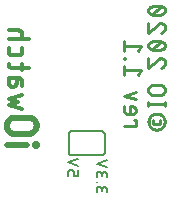
<source format=gbr>
G04 EAGLE Gerber RS-274X export*
G75*
%MOMM*%
%FSLAX34Y34*%
%LPD*%
%INSilkscreen Bottom*%
%IPPOS*%
%AMOC8*
5,1,8,0,0,1.08239X$1,22.5*%
G01*
%ADD10C,0.482600*%
%ADD11C,0.330200*%
%ADD12C,0.228600*%
%ADD13C,0.152400*%


D10*
X12413Y88112D02*
X29196Y88112D01*
X36188Y87413D02*
X37587Y87413D01*
X37587Y88812D01*
X36188Y88812D01*
X36188Y87413D01*
X30594Y97657D02*
X19406Y97657D01*
X30594Y97657D02*
X30764Y97659D01*
X30934Y97665D01*
X31104Y97676D01*
X31274Y97690D01*
X31443Y97709D01*
X31612Y97732D01*
X31780Y97758D01*
X31948Y97789D01*
X32114Y97824D01*
X32280Y97863D01*
X32445Y97906D01*
X32609Y97953D01*
X32771Y98005D01*
X32932Y98060D01*
X33092Y98118D01*
X33250Y98181D01*
X33407Y98248D01*
X33562Y98318D01*
X33716Y98392D01*
X33867Y98470D01*
X34016Y98552D01*
X34164Y98637D01*
X34309Y98726D01*
X34453Y98818D01*
X34593Y98914D01*
X34732Y99013D01*
X34868Y99115D01*
X35001Y99221D01*
X35132Y99330D01*
X35261Y99442D01*
X35386Y99557D01*
X35509Y99675D01*
X35628Y99796D01*
X35745Y99920D01*
X35859Y100047D01*
X35969Y100177D01*
X36076Y100309D01*
X36181Y100444D01*
X36281Y100581D01*
X36379Y100721D01*
X36473Y100863D01*
X36563Y101007D01*
X36650Y101154D01*
X36733Y101302D01*
X36813Y101453D01*
X36889Y101605D01*
X36961Y101759D01*
X37030Y101915D01*
X37095Y102073D01*
X37156Y102232D01*
X37212Y102392D01*
X37265Y102554D01*
X37315Y102717D01*
X37360Y102881D01*
X37401Y103047D01*
X37438Y103213D01*
X37471Y103380D01*
X37500Y103548D01*
X37524Y103716D01*
X37545Y103885D01*
X37562Y104055D01*
X37574Y104225D01*
X37582Y104395D01*
X37586Y104565D01*
X37586Y104735D01*
X37582Y104905D01*
X37574Y105075D01*
X37562Y105245D01*
X37545Y105415D01*
X37524Y105584D01*
X37500Y105752D01*
X37471Y105920D01*
X37438Y106087D01*
X37401Y106253D01*
X37360Y106419D01*
X37315Y106583D01*
X37265Y106746D01*
X37212Y106908D01*
X37156Y107068D01*
X37095Y107227D01*
X37030Y107385D01*
X36961Y107541D01*
X36889Y107695D01*
X36813Y107847D01*
X36733Y107998D01*
X36650Y108147D01*
X36563Y108293D01*
X36473Y108437D01*
X36379Y108579D01*
X36281Y108719D01*
X36181Y108856D01*
X36076Y108991D01*
X35969Y109123D01*
X35859Y109253D01*
X35745Y109380D01*
X35628Y109504D01*
X35509Y109625D01*
X35386Y109743D01*
X35261Y109858D01*
X35132Y109970D01*
X35001Y110079D01*
X34868Y110185D01*
X34732Y110287D01*
X34593Y110386D01*
X34453Y110482D01*
X34309Y110574D01*
X34164Y110663D01*
X34016Y110748D01*
X33867Y110830D01*
X33716Y110908D01*
X33562Y110982D01*
X33407Y111052D01*
X33250Y111119D01*
X33092Y111182D01*
X32932Y111240D01*
X32771Y111295D01*
X32609Y111347D01*
X32445Y111394D01*
X32280Y111437D01*
X32114Y111476D01*
X31948Y111511D01*
X31780Y111542D01*
X31612Y111568D01*
X31443Y111591D01*
X31274Y111610D01*
X31104Y111624D01*
X30934Y111635D01*
X30764Y111641D01*
X30594Y111643D01*
X30594Y111642D02*
X19406Y111642D01*
X19406Y111643D02*
X19236Y111641D01*
X19066Y111635D01*
X18896Y111624D01*
X18726Y111610D01*
X18557Y111591D01*
X18388Y111568D01*
X18220Y111542D01*
X18052Y111511D01*
X17886Y111476D01*
X17720Y111437D01*
X17555Y111394D01*
X17391Y111347D01*
X17229Y111295D01*
X17068Y111240D01*
X16908Y111182D01*
X16750Y111119D01*
X16593Y111052D01*
X16438Y110982D01*
X16284Y110908D01*
X16133Y110830D01*
X15984Y110748D01*
X15836Y110663D01*
X15691Y110574D01*
X15547Y110482D01*
X15407Y110386D01*
X15268Y110287D01*
X15132Y110185D01*
X14999Y110079D01*
X14868Y109970D01*
X14739Y109858D01*
X14614Y109743D01*
X14491Y109625D01*
X14372Y109504D01*
X14255Y109380D01*
X14141Y109253D01*
X14031Y109123D01*
X13924Y108991D01*
X13819Y108856D01*
X13719Y108719D01*
X13621Y108579D01*
X13527Y108437D01*
X13437Y108293D01*
X13350Y108147D01*
X13267Y107998D01*
X13187Y107847D01*
X13111Y107695D01*
X13039Y107541D01*
X12970Y107385D01*
X12905Y107227D01*
X12844Y107068D01*
X12788Y106908D01*
X12735Y106746D01*
X12685Y106583D01*
X12640Y106419D01*
X12599Y106253D01*
X12562Y106087D01*
X12529Y105920D01*
X12500Y105752D01*
X12476Y105584D01*
X12455Y105415D01*
X12438Y105245D01*
X12426Y105075D01*
X12418Y104905D01*
X12414Y104735D01*
X12414Y104565D01*
X12418Y104395D01*
X12426Y104225D01*
X12438Y104055D01*
X12455Y103885D01*
X12476Y103716D01*
X12500Y103548D01*
X12529Y103380D01*
X12562Y103213D01*
X12599Y103047D01*
X12640Y102881D01*
X12685Y102717D01*
X12735Y102554D01*
X12788Y102392D01*
X12844Y102232D01*
X12905Y102073D01*
X12970Y101915D01*
X13039Y101759D01*
X13111Y101605D01*
X13187Y101453D01*
X13267Y101302D01*
X13350Y101153D01*
X13437Y101007D01*
X13527Y100863D01*
X13621Y100721D01*
X13719Y100581D01*
X13819Y100444D01*
X13924Y100309D01*
X14031Y100177D01*
X14141Y100047D01*
X14255Y99920D01*
X14372Y99796D01*
X14491Y99675D01*
X14614Y99557D01*
X14739Y99442D01*
X14868Y99330D01*
X14999Y99221D01*
X15132Y99115D01*
X15268Y99013D01*
X15407Y98914D01*
X15547Y98818D01*
X15691Y98726D01*
X15836Y98637D01*
X15984Y98552D01*
X16133Y98470D01*
X16284Y98392D01*
X16438Y98318D01*
X16593Y98248D01*
X16750Y98181D01*
X16908Y98118D01*
X17068Y98060D01*
X17229Y98005D01*
X17391Y97953D01*
X17555Y97906D01*
X17720Y97863D01*
X17886Y97824D01*
X18052Y97789D01*
X18220Y97758D01*
X18388Y97732D01*
X18557Y97709D01*
X18726Y97690D01*
X18896Y97676D01*
X19066Y97665D01*
X19236Y97659D01*
X19406Y97657D01*
D11*
X25283Y119151D02*
X14151Y121934D01*
X21572Y124717D01*
X14151Y127500D01*
X25283Y130283D01*
X20645Y140810D02*
X20645Y144984D01*
X20645Y140810D02*
X20643Y140698D01*
X20637Y140586D01*
X20628Y140474D01*
X20614Y140363D01*
X20597Y140252D01*
X20576Y140142D01*
X20551Y140033D01*
X20522Y139925D01*
X20490Y139817D01*
X20453Y139711D01*
X20414Y139606D01*
X20370Y139503D01*
X20323Y139401D01*
X20273Y139301D01*
X20219Y139203D01*
X20162Y139106D01*
X20102Y139012D01*
X20038Y138920D01*
X19971Y138830D01*
X19901Y138742D01*
X19828Y138657D01*
X19753Y138574D01*
X19674Y138494D01*
X19593Y138417D01*
X19509Y138343D01*
X19422Y138271D01*
X19334Y138203D01*
X19243Y138138D01*
X19149Y138076D01*
X19054Y138017D01*
X18956Y137961D01*
X18857Y137909D01*
X18756Y137861D01*
X18654Y137816D01*
X18549Y137774D01*
X18444Y137736D01*
X18337Y137702D01*
X18229Y137671D01*
X18121Y137644D01*
X18011Y137621D01*
X17900Y137602D01*
X17789Y137587D01*
X17678Y137575D01*
X17566Y137567D01*
X17454Y137563D01*
X17342Y137563D01*
X17230Y137567D01*
X17118Y137575D01*
X17007Y137587D01*
X16896Y137602D01*
X16785Y137621D01*
X16675Y137644D01*
X16567Y137671D01*
X16459Y137702D01*
X16352Y137736D01*
X16247Y137774D01*
X16142Y137816D01*
X16040Y137861D01*
X15939Y137909D01*
X15840Y137961D01*
X15742Y138017D01*
X15647Y138076D01*
X15553Y138138D01*
X15462Y138203D01*
X15374Y138271D01*
X15287Y138343D01*
X15203Y138417D01*
X15122Y138494D01*
X15043Y138574D01*
X14968Y138657D01*
X14895Y138742D01*
X14825Y138830D01*
X14758Y138920D01*
X14694Y139012D01*
X14634Y139106D01*
X14577Y139203D01*
X14523Y139301D01*
X14473Y139401D01*
X14426Y139503D01*
X14382Y139606D01*
X14343Y139711D01*
X14306Y139817D01*
X14274Y139925D01*
X14245Y140033D01*
X14220Y140142D01*
X14199Y140252D01*
X14182Y140363D01*
X14168Y140474D01*
X14159Y140586D01*
X14153Y140698D01*
X14151Y140810D01*
X14151Y144984D01*
X22500Y144984D01*
X22604Y144982D01*
X22708Y144976D01*
X22812Y144967D01*
X22915Y144953D01*
X23017Y144935D01*
X23119Y144914D01*
X23220Y144889D01*
X23320Y144860D01*
X23419Y144828D01*
X23517Y144792D01*
X23613Y144752D01*
X23707Y144708D01*
X23800Y144661D01*
X23892Y144611D01*
X23981Y144557D01*
X24068Y144500D01*
X24153Y144440D01*
X24235Y144377D01*
X24315Y144310D01*
X24393Y144241D01*
X24468Y144169D01*
X24540Y144094D01*
X24609Y144016D01*
X24676Y143936D01*
X24739Y143854D01*
X24799Y143769D01*
X24856Y143682D01*
X24910Y143593D01*
X24960Y143501D01*
X25007Y143408D01*
X25051Y143314D01*
X25091Y143218D01*
X25127Y143120D01*
X25159Y143021D01*
X25188Y142921D01*
X25213Y142820D01*
X25234Y142718D01*
X25252Y142616D01*
X25266Y142513D01*
X25275Y142409D01*
X25281Y142305D01*
X25283Y142201D01*
X25283Y138491D01*
X25283Y151645D02*
X25283Y157211D01*
X30849Y153500D02*
X16934Y153500D01*
X16830Y153502D01*
X16726Y153508D01*
X16622Y153517D01*
X16519Y153531D01*
X16417Y153549D01*
X16315Y153570D01*
X16214Y153595D01*
X16114Y153624D01*
X16015Y153656D01*
X15917Y153692D01*
X15821Y153732D01*
X15727Y153776D01*
X15634Y153823D01*
X15543Y153873D01*
X15453Y153927D01*
X15366Y153984D01*
X15281Y154044D01*
X15199Y154107D01*
X15119Y154174D01*
X15041Y154243D01*
X14966Y154315D01*
X14894Y154390D01*
X14825Y154468D01*
X14758Y154548D01*
X14695Y154630D01*
X14635Y154715D01*
X14578Y154802D01*
X14524Y154892D01*
X14474Y154983D01*
X14427Y155076D01*
X14383Y155170D01*
X14343Y155266D01*
X14307Y155364D01*
X14275Y155463D01*
X14246Y155563D01*
X14221Y155664D01*
X14200Y155766D01*
X14182Y155868D01*
X14168Y155971D01*
X14159Y156075D01*
X14153Y156179D01*
X14151Y156283D01*
X14151Y157211D01*
X14151Y166944D02*
X14151Y170655D01*
X14151Y166944D02*
X14153Y166840D01*
X14159Y166736D01*
X14168Y166632D01*
X14182Y166529D01*
X14200Y166427D01*
X14221Y166325D01*
X14246Y166224D01*
X14275Y166124D01*
X14307Y166025D01*
X14343Y165927D01*
X14383Y165831D01*
X14427Y165737D01*
X14474Y165644D01*
X14524Y165553D01*
X14578Y165463D01*
X14635Y165376D01*
X14695Y165291D01*
X14758Y165209D01*
X14825Y165129D01*
X14894Y165051D01*
X14966Y164976D01*
X15041Y164904D01*
X15119Y164835D01*
X15199Y164768D01*
X15281Y164705D01*
X15366Y164645D01*
X15453Y164588D01*
X15543Y164534D01*
X15634Y164484D01*
X15727Y164437D01*
X15821Y164393D01*
X15917Y164353D01*
X16015Y164317D01*
X16114Y164285D01*
X16214Y164256D01*
X16315Y164231D01*
X16417Y164210D01*
X16519Y164192D01*
X16622Y164178D01*
X16726Y164169D01*
X16830Y164163D01*
X16934Y164161D01*
X22500Y164161D01*
X22604Y164163D01*
X22708Y164169D01*
X22812Y164178D01*
X22915Y164192D01*
X23017Y164210D01*
X23119Y164231D01*
X23220Y164256D01*
X23320Y164285D01*
X23419Y164317D01*
X23517Y164353D01*
X23613Y164393D01*
X23707Y164437D01*
X23800Y164484D01*
X23891Y164534D01*
X23981Y164588D01*
X24068Y164645D01*
X24153Y164705D01*
X24235Y164768D01*
X24315Y164835D01*
X24393Y164904D01*
X24468Y164976D01*
X24540Y165051D01*
X24609Y165129D01*
X24676Y165209D01*
X24739Y165291D01*
X24799Y165376D01*
X24856Y165463D01*
X24910Y165552D01*
X24960Y165644D01*
X25007Y165737D01*
X25051Y165831D01*
X25091Y165927D01*
X25127Y166025D01*
X25159Y166124D01*
X25188Y166224D01*
X25213Y166325D01*
X25234Y166427D01*
X25252Y166529D01*
X25266Y166632D01*
X25275Y166736D01*
X25281Y166840D01*
X25283Y166944D01*
X25283Y170655D01*
X30849Y177931D02*
X14151Y177931D01*
X25283Y177931D02*
X25283Y182570D01*
X25281Y182674D01*
X25275Y182778D01*
X25266Y182882D01*
X25252Y182985D01*
X25234Y183087D01*
X25213Y183189D01*
X25188Y183290D01*
X25159Y183390D01*
X25127Y183489D01*
X25091Y183587D01*
X25051Y183683D01*
X25007Y183777D01*
X24960Y183870D01*
X24910Y183962D01*
X24856Y184051D01*
X24799Y184138D01*
X24739Y184223D01*
X24676Y184305D01*
X24609Y184385D01*
X24540Y184463D01*
X24468Y184538D01*
X24393Y184610D01*
X24315Y184679D01*
X24235Y184746D01*
X24153Y184809D01*
X24068Y184869D01*
X23981Y184926D01*
X23892Y184980D01*
X23800Y185030D01*
X23707Y185077D01*
X23613Y185121D01*
X23517Y185161D01*
X23419Y185197D01*
X23320Y185229D01*
X23220Y185258D01*
X23119Y185283D01*
X23017Y185304D01*
X22915Y185322D01*
X22812Y185336D01*
X22708Y185345D01*
X22604Y185351D01*
X22500Y185353D01*
X14151Y185353D01*
D12*
X139118Y115023D02*
X139284Y115021D01*
X139451Y115015D01*
X139617Y115005D01*
X139783Y114991D01*
X139948Y114972D01*
X140113Y114950D01*
X140278Y114924D01*
X140442Y114894D01*
X140605Y114859D01*
X140767Y114821D01*
X140928Y114779D01*
X141088Y114733D01*
X141247Y114683D01*
X141404Y114629D01*
X141560Y114572D01*
X141715Y114510D01*
X141868Y114445D01*
X142020Y114377D01*
X142170Y114304D01*
X142318Y114228D01*
X142464Y114148D01*
X142608Y114065D01*
X142750Y113978D01*
X142890Y113888D01*
X143028Y113794D01*
X143164Y113698D01*
X143297Y113597D01*
X143427Y113494D01*
X143555Y113388D01*
X143680Y113278D01*
X143803Y113165D01*
X143923Y113050D01*
X144040Y112931D01*
X144154Y112810D01*
X144265Y112686D01*
X144373Y112559D01*
X144478Y112430D01*
X144580Y112298D01*
X144678Y112164D01*
X144774Y112028D01*
X144866Y111889D01*
X144954Y111748D01*
X145039Y111605D01*
X145121Y111459D01*
X145198Y111312D01*
X145273Y111163D01*
X145343Y111012D01*
X145410Y110860D01*
X145474Y110706D01*
X145533Y110550D01*
X145589Y110394D01*
X145641Y110235D01*
X145689Y110076D01*
X145733Y109915D01*
X145773Y109754D01*
X145809Y109591D01*
X145841Y109428D01*
X145870Y109264D01*
X145894Y109099D01*
X145914Y108934D01*
X145930Y108768D01*
X145942Y108602D01*
X145950Y108436D01*
X145954Y108269D01*
X145954Y108103D01*
X145950Y107936D01*
X145942Y107770D01*
X145930Y107604D01*
X145914Y107438D01*
X145894Y107273D01*
X145870Y107108D01*
X145841Y106944D01*
X145809Y106781D01*
X145773Y106618D01*
X145733Y106457D01*
X145689Y106296D01*
X145641Y106137D01*
X145589Y105978D01*
X145533Y105822D01*
X145474Y105666D01*
X145410Y105512D01*
X145343Y105360D01*
X145273Y105209D01*
X145198Y105060D01*
X145121Y104913D01*
X145039Y104768D01*
X144954Y104624D01*
X144866Y104483D01*
X144774Y104344D01*
X144678Y104208D01*
X144580Y104074D01*
X144478Y103942D01*
X144373Y103813D01*
X144265Y103686D01*
X144154Y103562D01*
X144040Y103441D01*
X143923Y103322D01*
X143803Y103207D01*
X143680Y103094D01*
X143555Y102984D01*
X143427Y102878D01*
X143297Y102775D01*
X143164Y102674D01*
X143028Y102578D01*
X142890Y102484D01*
X142750Y102394D01*
X142608Y102307D01*
X142464Y102224D01*
X142318Y102144D01*
X142170Y102068D01*
X142020Y101995D01*
X141868Y101927D01*
X141715Y101862D01*
X141560Y101800D01*
X141404Y101743D01*
X141247Y101689D01*
X141088Y101639D01*
X140928Y101593D01*
X140767Y101551D01*
X140605Y101513D01*
X140442Y101478D01*
X140278Y101448D01*
X140113Y101422D01*
X139948Y101400D01*
X139783Y101381D01*
X139617Y101367D01*
X139451Y101357D01*
X139284Y101351D01*
X139118Y101349D01*
X138952Y101351D01*
X138785Y101357D01*
X138619Y101367D01*
X138453Y101381D01*
X138288Y101400D01*
X138123Y101422D01*
X137958Y101448D01*
X137794Y101478D01*
X137631Y101513D01*
X137469Y101551D01*
X137308Y101593D01*
X137148Y101639D01*
X136989Y101689D01*
X136832Y101743D01*
X136676Y101800D01*
X136521Y101862D01*
X136368Y101927D01*
X136216Y101995D01*
X136066Y102068D01*
X135918Y102144D01*
X135772Y102224D01*
X135628Y102307D01*
X135486Y102394D01*
X135346Y102484D01*
X135208Y102578D01*
X135072Y102674D01*
X134939Y102775D01*
X134809Y102878D01*
X134681Y102984D01*
X134556Y103094D01*
X134433Y103207D01*
X134313Y103322D01*
X134196Y103441D01*
X134082Y103562D01*
X133971Y103686D01*
X133863Y103813D01*
X133758Y103942D01*
X133656Y104074D01*
X133558Y104208D01*
X133462Y104344D01*
X133370Y104483D01*
X133282Y104624D01*
X133197Y104767D01*
X133115Y104913D01*
X133038Y105060D01*
X132963Y105209D01*
X132893Y105360D01*
X132826Y105512D01*
X132762Y105666D01*
X132703Y105822D01*
X132647Y105978D01*
X132595Y106137D01*
X132547Y106296D01*
X132503Y106457D01*
X132463Y106618D01*
X132427Y106781D01*
X132395Y106944D01*
X132366Y107108D01*
X132342Y107273D01*
X132322Y107438D01*
X132306Y107604D01*
X132294Y107770D01*
X132286Y107936D01*
X132282Y108103D01*
X132282Y108269D01*
X132286Y108436D01*
X132294Y108602D01*
X132306Y108768D01*
X132322Y108934D01*
X132342Y109099D01*
X132366Y109264D01*
X132395Y109428D01*
X132427Y109591D01*
X132463Y109754D01*
X132503Y109915D01*
X132547Y110076D01*
X132595Y110235D01*
X132647Y110394D01*
X132703Y110550D01*
X132762Y110706D01*
X132826Y110860D01*
X132893Y111012D01*
X132963Y111163D01*
X133038Y111312D01*
X133115Y111459D01*
X133197Y111605D01*
X133282Y111748D01*
X133370Y111889D01*
X133462Y112028D01*
X133558Y112164D01*
X133656Y112298D01*
X133758Y112430D01*
X133863Y112559D01*
X133971Y112686D01*
X134082Y112810D01*
X134196Y112931D01*
X134313Y113050D01*
X134433Y113165D01*
X134556Y113278D01*
X134681Y113388D01*
X134809Y113494D01*
X134939Y113597D01*
X135072Y113698D01*
X135208Y113794D01*
X135346Y113888D01*
X135486Y113978D01*
X135628Y114065D01*
X135772Y114148D01*
X135918Y114228D01*
X136066Y114304D01*
X136216Y114377D01*
X136368Y114445D01*
X136521Y114510D01*
X136676Y114572D01*
X136832Y114629D01*
X136989Y114683D01*
X137148Y114733D01*
X137308Y114779D01*
X137469Y114821D01*
X137631Y114859D01*
X137794Y114894D01*
X137958Y114924D01*
X138123Y114950D01*
X138288Y114972D01*
X138453Y114991D01*
X138619Y115005D01*
X138785Y115015D01*
X138952Y115021D01*
X139118Y115023D01*
X135901Y109794D02*
X135901Y107783D01*
X135900Y107783D02*
X135902Y107704D01*
X135908Y107625D01*
X135917Y107547D01*
X135931Y107469D01*
X135948Y107392D01*
X135969Y107316D01*
X135994Y107241D01*
X136022Y107167D01*
X136054Y107095D01*
X136090Y107025D01*
X136129Y106956D01*
X136171Y106889D01*
X136217Y106825D01*
X136265Y106762D01*
X136317Y106702D01*
X136371Y106645D01*
X136428Y106591D01*
X136488Y106539D01*
X136551Y106491D01*
X136615Y106445D01*
X136682Y106403D01*
X136751Y106364D01*
X136821Y106328D01*
X136893Y106296D01*
X136967Y106268D01*
X137042Y106243D01*
X137118Y106222D01*
X137195Y106205D01*
X137273Y106191D01*
X137351Y106182D01*
X137430Y106176D01*
X137509Y106174D01*
X137509Y106175D02*
X140727Y106175D01*
X140727Y106174D02*
X140806Y106176D01*
X140885Y106182D01*
X140963Y106191D01*
X141041Y106205D01*
X141118Y106222D01*
X141194Y106243D01*
X141269Y106268D01*
X141343Y106296D01*
X141415Y106328D01*
X141485Y106364D01*
X141554Y106403D01*
X141621Y106445D01*
X141685Y106491D01*
X141748Y106539D01*
X141808Y106591D01*
X141865Y106645D01*
X141919Y106702D01*
X141971Y106762D01*
X142019Y106825D01*
X142065Y106889D01*
X142107Y106956D01*
X142146Y107025D01*
X142182Y107095D01*
X142214Y107167D01*
X142242Y107241D01*
X142267Y107316D01*
X142288Y107392D01*
X142305Y107469D01*
X142319Y107547D01*
X142328Y107625D01*
X142334Y107704D01*
X142336Y107783D01*
X142335Y107783D02*
X142335Y109794D01*
X146357Y123051D02*
X131879Y123051D01*
X131879Y121443D02*
X131879Y124660D01*
X146357Y124660D02*
X146357Y121443D01*
X142335Y130922D02*
X135901Y130922D01*
X142335Y130922D02*
X142460Y130924D01*
X142585Y130930D01*
X142710Y130939D01*
X142834Y130953D01*
X142958Y130971D01*
X143081Y130992D01*
X143204Y131017D01*
X143326Y131046D01*
X143446Y131079D01*
X143566Y131115D01*
X143684Y131155D01*
X143802Y131199D01*
X143917Y131246D01*
X144032Y131297D01*
X144144Y131352D01*
X144255Y131410D01*
X144364Y131471D01*
X144471Y131536D01*
X144576Y131604D01*
X144679Y131675D01*
X144779Y131750D01*
X144877Y131828D01*
X144973Y131908D01*
X145066Y131992D01*
X145157Y132078D01*
X145245Y132167D01*
X145330Y132259D01*
X145412Y132353D01*
X145491Y132450D01*
X145567Y132550D01*
X145640Y132651D01*
X145709Y132755D01*
X145776Y132861D01*
X145839Y132969D01*
X145899Y133079D01*
X145955Y133191D01*
X146008Y133304D01*
X146057Y133419D01*
X146102Y133536D01*
X146144Y133654D01*
X146183Y133773D01*
X146217Y133893D01*
X146248Y134014D01*
X146275Y134136D01*
X146298Y134259D01*
X146318Y134383D01*
X146333Y134507D01*
X146345Y134632D01*
X146353Y134756D01*
X146357Y134881D01*
X146357Y135007D01*
X146353Y135132D01*
X146345Y135256D01*
X146333Y135381D01*
X146318Y135505D01*
X146298Y135629D01*
X146275Y135752D01*
X146248Y135874D01*
X146217Y135995D01*
X146183Y136115D01*
X146144Y136234D01*
X146102Y136352D01*
X146057Y136469D01*
X146008Y136584D01*
X145955Y136697D01*
X145899Y136809D01*
X145839Y136919D01*
X145776Y137027D01*
X145709Y137133D01*
X145640Y137237D01*
X145567Y137338D01*
X145491Y137438D01*
X145412Y137535D01*
X145330Y137629D01*
X145245Y137721D01*
X145157Y137810D01*
X145066Y137896D01*
X144973Y137980D01*
X144877Y138060D01*
X144779Y138138D01*
X144679Y138213D01*
X144576Y138284D01*
X144471Y138352D01*
X144364Y138417D01*
X144255Y138478D01*
X144144Y138536D01*
X144032Y138591D01*
X143917Y138642D01*
X143802Y138689D01*
X143684Y138733D01*
X143566Y138773D01*
X143446Y138809D01*
X143326Y138842D01*
X143204Y138871D01*
X143081Y138896D01*
X142958Y138917D01*
X142834Y138935D01*
X142710Y138949D01*
X142585Y138958D01*
X142460Y138964D01*
X142335Y138966D01*
X135901Y138966D01*
X135776Y138964D01*
X135651Y138958D01*
X135526Y138949D01*
X135402Y138935D01*
X135278Y138917D01*
X135155Y138896D01*
X135032Y138871D01*
X134910Y138842D01*
X134790Y138809D01*
X134670Y138773D01*
X134552Y138733D01*
X134434Y138689D01*
X134319Y138642D01*
X134204Y138591D01*
X134092Y138536D01*
X133981Y138478D01*
X133872Y138417D01*
X133765Y138352D01*
X133660Y138284D01*
X133557Y138213D01*
X133457Y138138D01*
X133359Y138060D01*
X133263Y137980D01*
X133170Y137896D01*
X133079Y137810D01*
X132991Y137721D01*
X132906Y137629D01*
X132824Y137535D01*
X132745Y137438D01*
X132669Y137338D01*
X132596Y137237D01*
X132527Y137133D01*
X132460Y137027D01*
X132397Y136919D01*
X132337Y136809D01*
X132281Y136697D01*
X132228Y136584D01*
X132179Y136469D01*
X132134Y136352D01*
X132092Y136234D01*
X132053Y136115D01*
X132019Y135995D01*
X131988Y135874D01*
X131961Y135752D01*
X131938Y135629D01*
X131918Y135505D01*
X131903Y135381D01*
X131891Y135256D01*
X131883Y135132D01*
X131879Y135007D01*
X131879Y134881D01*
X131883Y134756D01*
X131891Y134632D01*
X131903Y134507D01*
X131918Y134383D01*
X131938Y134259D01*
X131961Y134136D01*
X131988Y134014D01*
X132019Y133893D01*
X132053Y133773D01*
X132092Y133654D01*
X132134Y133536D01*
X132179Y133419D01*
X132228Y133304D01*
X132281Y133191D01*
X132337Y133079D01*
X132397Y132969D01*
X132460Y132861D01*
X132527Y132755D01*
X132596Y132651D01*
X132669Y132550D01*
X132745Y132450D01*
X132824Y132353D01*
X132906Y132259D01*
X132991Y132167D01*
X133079Y132078D01*
X133170Y131992D01*
X133263Y131908D01*
X133359Y131828D01*
X133457Y131750D01*
X133557Y131675D01*
X133660Y131604D01*
X133765Y131536D01*
X133872Y131471D01*
X133981Y131410D01*
X134092Y131352D01*
X134204Y131297D01*
X134319Y131246D01*
X134434Y131199D01*
X134552Y131155D01*
X134670Y131115D01*
X134790Y131079D01*
X134910Y131046D01*
X135032Y131017D01*
X135155Y130992D01*
X135278Y130971D01*
X135402Y130953D01*
X135526Y130939D01*
X135651Y130930D01*
X135776Y130924D01*
X135901Y130922D01*
X146358Y158140D02*
X146356Y158258D01*
X146350Y158377D01*
X146341Y158495D01*
X146327Y158613D01*
X146310Y158730D01*
X146288Y158846D01*
X146263Y158962D01*
X146235Y159077D01*
X146202Y159191D01*
X146166Y159304D01*
X146126Y159415D01*
X146082Y159525D01*
X146035Y159634D01*
X145985Y159741D01*
X145931Y159846D01*
X145873Y159950D01*
X145812Y160052D01*
X145748Y160151D01*
X145681Y160249D01*
X145610Y160344D01*
X145536Y160437D01*
X145460Y160527D01*
X145380Y160615D01*
X145298Y160700D01*
X145213Y160782D01*
X145125Y160862D01*
X145035Y160938D01*
X144942Y161012D01*
X144847Y161083D01*
X144749Y161150D01*
X144650Y161214D01*
X144548Y161275D01*
X144444Y161333D01*
X144339Y161387D01*
X144232Y161437D01*
X144123Y161484D01*
X144013Y161528D01*
X143902Y161568D01*
X143789Y161604D01*
X143675Y161637D01*
X143560Y161665D01*
X143444Y161690D01*
X143328Y161712D01*
X143211Y161729D01*
X143093Y161743D01*
X142975Y161752D01*
X142856Y161758D01*
X142738Y161760D01*
X146357Y158140D02*
X146355Y158007D01*
X146349Y157874D01*
X146340Y157742D01*
X146327Y157610D01*
X146310Y157478D01*
X146289Y157346D01*
X146264Y157216D01*
X146236Y157086D01*
X146204Y156957D01*
X146168Y156829D01*
X146129Y156702D01*
X146086Y156576D01*
X146040Y156452D01*
X145990Y156329D01*
X145936Y156207D01*
X145879Y156087D01*
X145819Y155968D01*
X145755Y155852D01*
X145688Y155737D01*
X145618Y155624D01*
X145544Y155514D01*
X145468Y155405D01*
X145388Y155299D01*
X145305Y155195D01*
X145220Y155093D01*
X145131Y154994D01*
X145040Y154897D01*
X144946Y154803D01*
X144849Y154712D01*
X144750Y154624D01*
X144648Y154538D01*
X144544Y154456D01*
X144437Y154376D01*
X144329Y154300D01*
X144218Y154226D01*
X144105Y154156D01*
X143990Y154089D01*
X143874Y154026D01*
X143755Y153965D01*
X143635Y153909D01*
X143513Y153855D01*
X143390Y153805D01*
X143266Y153759D01*
X143140Y153716D01*
X139923Y160553D02*
X140007Y160640D01*
X140095Y160723D01*
X140185Y160804D01*
X140278Y160882D01*
X140373Y160958D01*
X140470Y161030D01*
X140569Y161099D01*
X140671Y161165D01*
X140774Y161228D01*
X140880Y161287D01*
X140987Y161343D01*
X141096Y161396D01*
X141206Y161446D01*
X141318Y161492D01*
X141432Y161534D01*
X141547Y161573D01*
X141662Y161608D01*
X141779Y161640D01*
X141897Y161668D01*
X142016Y161692D01*
X142135Y161713D01*
X142255Y161730D01*
X142375Y161743D01*
X142496Y161752D01*
X142617Y161758D01*
X142738Y161760D01*
X139922Y160553D02*
X131879Y153716D01*
X131879Y161760D01*
X139118Y168582D02*
X139403Y168585D01*
X139687Y168596D01*
X139972Y168613D01*
X140256Y168636D01*
X140539Y168667D01*
X140821Y168704D01*
X141103Y168748D01*
X141383Y168799D01*
X141662Y168856D01*
X141939Y168920D01*
X142215Y168991D01*
X142489Y169068D01*
X142762Y169152D01*
X143032Y169242D01*
X143300Y169339D01*
X143565Y169442D01*
X143828Y169551D01*
X144089Y169667D01*
X144346Y169789D01*
X144448Y169826D01*
X144549Y169867D01*
X144648Y169911D01*
X144745Y169959D01*
X144841Y170011D01*
X144935Y170066D01*
X145026Y170124D01*
X145115Y170186D01*
X145203Y170251D01*
X145287Y170319D01*
X145369Y170390D01*
X145449Y170464D01*
X145525Y170540D01*
X145599Y170620D01*
X145670Y170702D01*
X145738Y170787D01*
X145803Y170874D01*
X145864Y170964D01*
X145922Y171055D01*
X145977Y171149D01*
X146028Y171245D01*
X146076Y171342D01*
X146121Y171441D01*
X146161Y171542D01*
X146198Y171644D01*
X146231Y171748D01*
X146260Y171852D01*
X146286Y171958D01*
X146308Y172064D01*
X146325Y172171D01*
X146339Y172279D01*
X146349Y172387D01*
X146355Y172495D01*
X146357Y172604D01*
X146355Y172713D01*
X146349Y172821D01*
X146339Y172929D01*
X146325Y173037D01*
X146308Y173144D01*
X146286Y173250D01*
X146260Y173356D01*
X146231Y173460D01*
X146198Y173564D01*
X146161Y173666D01*
X146121Y173767D01*
X146076Y173866D01*
X146028Y173963D01*
X145977Y174059D01*
X145922Y174153D01*
X145864Y174244D01*
X145803Y174334D01*
X145738Y174421D01*
X145670Y174506D01*
X145599Y174588D01*
X145525Y174668D01*
X145449Y174744D01*
X145369Y174818D01*
X145287Y174889D01*
X145202Y174957D01*
X145115Y175022D01*
X145026Y175084D01*
X144934Y175142D01*
X144841Y175197D01*
X144745Y175249D01*
X144648Y175297D01*
X144549Y175341D01*
X144448Y175382D01*
X144346Y175419D01*
X144089Y175541D01*
X143828Y175657D01*
X143565Y175766D01*
X143300Y175869D01*
X143032Y175966D01*
X142762Y176056D01*
X142489Y176140D01*
X142215Y176217D01*
X141939Y176288D01*
X141662Y176352D01*
X141383Y176409D01*
X141103Y176460D01*
X140821Y176504D01*
X140539Y176541D01*
X140256Y176572D01*
X139972Y176595D01*
X139687Y176612D01*
X139403Y176623D01*
X139118Y176626D01*
X139118Y168582D02*
X138833Y168585D01*
X138549Y168596D01*
X138264Y168613D01*
X137980Y168636D01*
X137697Y168667D01*
X137415Y168704D01*
X137133Y168748D01*
X136853Y168799D01*
X136574Y168856D01*
X136297Y168920D01*
X136021Y168991D01*
X135747Y169068D01*
X135474Y169152D01*
X135204Y169242D01*
X134936Y169339D01*
X134671Y169442D01*
X134408Y169551D01*
X134147Y169667D01*
X133890Y169788D01*
X133890Y169789D02*
X133788Y169826D01*
X133687Y169867D01*
X133588Y169911D01*
X133491Y169959D01*
X133395Y170011D01*
X133301Y170066D01*
X133210Y170124D01*
X133121Y170186D01*
X133033Y170251D01*
X132949Y170319D01*
X132867Y170390D01*
X132787Y170464D01*
X132711Y170540D01*
X132637Y170620D01*
X132566Y170702D01*
X132498Y170787D01*
X132433Y170874D01*
X132372Y170964D01*
X132314Y171055D01*
X132259Y171149D01*
X132208Y171245D01*
X132160Y171342D01*
X132115Y171441D01*
X132075Y171542D01*
X132038Y171644D01*
X132005Y171748D01*
X131976Y171852D01*
X131950Y171958D01*
X131928Y172064D01*
X131911Y172171D01*
X131897Y172279D01*
X131887Y172387D01*
X131881Y172495D01*
X131879Y172604D01*
X133890Y175419D02*
X134147Y175540D01*
X134408Y175656D01*
X134671Y175765D01*
X134936Y175868D01*
X135204Y175965D01*
X135474Y176055D01*
X135747Y176139D01*
X136021Y176216D01*
X136297Y176287D01*
X136574Y176351D01*
X136853Y176408D01*
X137133Y176459D01*
X137415Y176503D01*
X137697Y176540D01*
X137980Y176571D01*
X138264Y176594D01*
X138549Y176611D01*
X138833Y176622D01*
X139118Y176625D01*
X133890Y175419D02*
X133788Y175382D01*
X133687Y175341D01*
X133588Y175297D01*
X133491Y175249D01*
X133395Y175197D01*
X133301Y175142D01*
X133210Y175084D01*
X133121Y175022D01*
X133034Y174957D01*
X132949Y174889D01*
X132867Y174818D01*
X132787Y174744D01*
X132711Y174668D01*
X132637Y174588D01*
X132566Y174506D01*
X132498Y174421D01*
X132433Y174334D01*
X132372Y174244D01*
X132314Y174153D01*
X132259Y174059D01*
X132208Y173963D01*
X132160Y173866D01*
X132115Y173767D01*
X132075Y173666D01*
X132038Y173564D01*
X132005Y173460D01*
X131976Y173356D01*
X131950Y173250D01*
X131928Y173144D01*
X131911Y173037D01*
X131897Y172929D01*
X131887Y172821D01*
X131881Y172713D01*
X131879Y172604D01*
X135096Y169387D02*
X143140Y175821D01*
X146358Y187872D02*
X146356Y187990D01*
X146350Y188109D01*
X146341Y188227D01*
X146327Y188345D01*
X146310Y188462D01*
X146288Y188578D01*
X146263Y188694D01*
X146235Y188809D01*
X146202Y188923D01*
X146166Y189036D01*
X146126Y189147D01*
X146082Y189257D01*
X146035Y189366D01*
X145985Y189473D01*
X145931Y189578D01*
X145873Y189682D01*
X145812Y189784D01*
X145748Y189883D01*
X145681Y189981D01*
X145610Y190076D01*
X145536Y190169D01*
X145460Y190259D01*
X145380Y190347D01*
X145298Y190432D01*
X145213Y190514D01*
X145125Y190594D01*
X145035Y190670D01*
X144942Y190744D01*
X144847Y190815D01*
X144749Y190882D01*
X144650Y190946D01*
X144548Y191007D01*
X144444Y191065D01*
X144339Y191119D01*
X144232Y191169D01*
X144123Y191216D01*
X144013Y191260D01*
X143902Y191300D01*
X143789Y191336D01*
X143675Y191369D01*
X143560Y191397D01*
X143444Y191422D01*
X143328Y191444D01*
X143211Y191461D01*
X143093Y191475D01*
X142975Y191484D01*
X142856Y191490D01*
X142738Y191492D01*
X146357Y187872D02*
X146355Y187739D01*
X146349Y187606D01*
X146340Y187474D01*
X146327Y187342D01*
X146310Y187210D01*
X146289Y187078D01*
X146264Y186948D01*
X146236Y186818D01*
X146204Y186689D01*
X146168Y186561D01*
X146129Y186434D01*
X146086Y186308D01*
X146040Y186184D01*
X145990Y186061D01*
X145936Y185939D01*
X145879Y185819D01*
X145819Y185700D01*
X145755Y185584D01*
X145688Y185469D01*
X145618Y185356D01*
X145544Y185246D01*
X145468Y185137D01*
X145388Y185031D01*
X145305Y184927D01*
X145220Y184825D01*
X145131Y184726D01*
X145040Y184629D01*
X144946Y184535D01*
X144849Y184444D01*
X144750Y184356D01*
X144648Y184270D01*
X144544Y184188D01*
X144437Y184108D01*
X144329Y184032D01*
X144218Y183958D01*
X144105Y183888D01*
X143990Y183821D01*
X143874Y183758D01*
X143755Y183697D01*
X143635Y183641D01*
X143513Y183587D01*
X143390Y183537D01*
X143266Y183491D01*
X143140Y183448D01*
X139923Y190285D02*
X140007Y190372D01*
X140095Y190455D01*
X140185Y190536D01*
X140278Y190614D01*
X140373Y190690D01*
X140470Y190762D01*
X140569Y190831D01*
X140671Y190897D01*
X140774Y190960D01*
X140880Y191019D01*
X140987Y191075D01*
X141096Y191128D01*
X141206Y191178D01*
X141318Y191224D01*
X141432Y191266D01*
X141547Y191305D01*
X141662Y191340D01*
X141779Y191372D01*
X141897Y191400D01*
X142016Y191424D01*
X142135Y191445D01*
X142255Y191462D01*
X142375Y191475D01*
X142496Y191484D01*
X142617Y191490D01*
X142738Y191492D01*
X139922Y190285D02*
X131879Y183448D01*
X131879Y191491D01*
X139118Y198314D02*
X139403Y198317D01*
X139687Y198328D01*
X139972Y198345D01*
X140256Y198368D01*
X140539Y198399D01*
X140821Y198436D01*
X141103Y198480D01*
X141383Y198531D01*
X141662Y198588D01*
X141939Y198652D01*
X142215Y198723D01*
X142489Y198800D01*
X142762Y198884D01*
X143032Y198974D01*
X143300Y199071D01*
X143565Y199174D01*
X143828Y199283D01*
X144089Y199399D01*
X144346Y199521D01*
X144346Y199520D02*
X144448Y199557D01*
X144549Y199598D01*
X144648Y199642D01*
X144745Y199690D01*
X144841Y199742D01*
X144935Y199797D01*
X145026Y199855D01*
X145115Y199917D01*
X145203Y199982D01*
X145287Y200050D01*
X145369Y200121D01*
X145449Y200195D01*
X145525Y200271D01*
X145599Y200351D01*
X145670Y200433D01*
X145738Y200518D01*
X145803Y200605D01*
X145864Y200695D01*
X145922Y200786D01*
X145977Y200880D01*
X146028Y200976D01*
X146076Y201073D01*
X146121Y201172D01*
X146161Y201273D01*
X146198Y201375D01*
X146231Y201479D01*
X146260Y201583D01*
X146286Y201689D01*
X146308Y201795D01*
X146325Y201902D01*
X146339Y202010D01*
X146349Y202118D01*
X146355Y202226D01*
X146357Y202335D01*
X146355Y202444D01*
X146349Y202552D01*
X146339Y202660D01*
X146325Y202768D01*
X146308Y202875D01*
X146286Y202981D01*
X146260Y203087D01*
X146231Y203191D01*
X146198Y203295D01*
X146161Y203397D01*
X146121Y203498D01*
X146076Y203597D01*
X146028Y203694D01*
X145977Y203790D01*
X145922Y203884D01*
X145864Y203975D01*
X145803Y204065D01*
X145738Y204152D01*
X145670Y204237D01*
X145599Y204319D01*
X145525Y204399D01*
X145449Y204475D01*
X145369Y204549D01*
X145287Y204620D01*
X145202Y204688D01*
X145115Y204753D01*
X145026Y204815D01*
X144934Y204873D01*
X144841Y204928D01*
X144745Y204980D01*
X144648Y205028D01*
X144549Y205072D01*
X144448Y205113D01*
X144346Y205150D01*
X144089Y205272D01*
X143828Y205388D01*
X143565Y205497D01*
X143300Y205600D01*
X143032Y205697D01*
X142762Y205787D01*
X142489Y205871D01*
X142215Y205948D01*
X141939Y206019D01*
X141662Y206083D01*
X141383Y206140D01*
X141103Y206191D01*
X140821Y206235D01*
X140539Y206272D01*
X140256Y206303D01*
X139972Y206326D01*
X139687Y206343D01*
X139403Y206354D01*
X139118Y206357D01*
X139118Y198314D02*
X138833Y198317D01*
X138549Y198328D01*
X138264Y198345D01*
X137980Y198368D01*
X137697Y198399D01*
X137415Y198436D01*
X137133Y198480D01*
X136853Y198531D01*
X136574Y198588D01*
X136297Y198652D01*
X136021Y198723D01*
X135747Y198800D01*
X135474Y198884D01*
X135204Y198974D01*
X134936Y199071D01*
X134671Y199174D01*
X134408Y199283D01*
X134147Y199399D01*
X133890Y199520D01*
X133788Y199557D01*
X133687Y199598D01*
X133588Y199642D01*
X133491Y199690D01*
X133395Y199742D01*
X133301Y199797D01*
X133210Y199855D01*
X133121Y199917D01*
X133033Y199982D01*
X132949Y200050D01*
X132867Y200121D01*
X132787Y200195D01*
X132711Y200271D01*
X132637Y200351D01*
X132566Y200433D01*
X132498Y200518D01*
X132433Y200605D01*
X132372Y200695D01*
X132314Y200786D01*
X132259Y200880D01*
X132208Y200976D01*
X132160Y201073D01*
X132115Y201172D01*
X132075Y201273D01*
X132038Y201375D01*
X132005Y201479D01*
X131976Y201583D01*
X131950Y201689D01*
X131928Y201795D01*
X131911Y201902D01*
X131897Y202010D01*
X131887Y202118D01*
X131881Y202226D01*
X131879Y202335D01*
X133890Y205151D02*
X134147Y205272D01*
X134408Y205388D01*
X134671Y205497D01*
X134936Y205600D01*
X135204Y205697D01*
X135474Y205787D01*
X135747Y205871D01*
X136021Y205948D01*
X136297Y206019D01*
X136574Y206083D01*
X136853Y206140D01*
X137133Y206191D01*
X137415Y206235D01*
X137697Y206272D01*
X137980Y206303D01*
X138264Y206326D01*
X138549Y206343D01*
X138833Y206354D01*
X139118Y206357D01*
X133890Y205150D02*
X133788Y205113D01*
X133687Y205072D01*
X133588Y205028D01*
X133491Y204980D01*
X133395Y204928D01*
X133301Y204873D01*
X133210Y204815D01*
X133121Y204753D01*
X133034Y204688D01*
X132949Y204620D01*
X132867Y204549D01*
X132787Y204475D01*
X132711Y204399D01*
X132637Y204319D01*
X132566Y204237D01*
X132498Y204152D01*
X132433Y204065D01*
X132372Y203975D01*
X132314Y203884D01*
X132259Y203790D01*
X132208Y203694D01*
X132160Y203597D01*
X132115Y203498D01*
X132075Y203397D01*
X132038Y203295D01*
X132005Y203191D01*
X131976Y203087D01*
X131950Y202981D01*
X131928Y202875D01*
X131911Y202768D01*
X131897Y202660D01*
X131887Y202552D01*
X131881Y202444D01*
X131879Y202335D01*
X135096Y199118D02*
X143140Y205553D01*
X121531Y104812D02*
X111879Y104812D01*
X121531Y104812D02*
X121531Y109638D01*
X119922Y109638D01*
X111879Y117023D02*
X111879Y121045D01*
X111879Y117023D02*
X111881Y116926D01*
X111887Y116829D01*
X111897Y116732D01*
X111910Y116636D01*
X111928Y116540D01*
X111949Y116446D01*
X111974Y116352D01*
X112003Y116259D01*
X112036Y116167D01*
X112072Y116077D01*
X112112Y115989D01*
X112155Y115902D01*
X112202Y115817D01*
X112253Y115733D01*
X112306Y115652D01*
X112363Y115573D01*
X112423Y115497D01*
X112486Y115423D01*
X112552Y115351D01*
X112620Y115283D01*
X112692Y115217D01*
X112766Y115154D01*
X112842Y115094D01*
X112921Y115037D01*
X113002Y114984D01*
X113085Y114933D01*
X113171Y114886D01*
X113258Y114843D01*
X113346Y114803D01*
X113436Y114767D01*
X113528Y114734D01*
X113621Y114705D01*
X113715Y114680D01*
X113809Y114659D01*
X113905Y114641D01*
X114001Y114628D01*
X114098Y114618D01*
X114195Y114612D01*
X114292Y114610D01*
X118314Y114610D01*
X118314Y114611D02*
X118426Y114613D01*
X118538Y114619D01*
X118650Y114629D01*
X118762Y114642D01*
X118873Y114660D01*
X118983Y114681D01*
X119092Y114707D01*
X119201Y114736D01*
X119308Y114768D01*
X119414Y114805D01*
X119519Y114845D01*
X119622Y114889D01*
X119724Y114937D01*
X119824Y114988D01*
X119922Y115042D01*
X120019Y115100D01*
X120113Y115161D01*
X120205Y115225D01*
X120295Y115293D01*
X120382Y115364D01*
X120467Y115437D01*
X120549Y115514D01*
X120628Y115593D01*
X120705Y115675D01*
X120778Y115760D01*
X120849Y115847D01*
X120917Y115937D01*
X120981Y116029D01*
X121042Y116123D01*
X121100Y116219D01*
X121154Y116318D01*
X121205Y116418D01*
X121253Y116520D01*
X121297Y116623D01*
X121337Y116728D01*
X121374Y116834D01*
X121406Y116941D01*
X121435Y117050D01*
X121461Y117159D01*
X121482Y117269D01*
X121500Y117380D01*
X121513Y117492D01*
X121523Y117604D01*
X121529Y117716D01*
X121531Y117828D01*
X121529Y117940D01*
X121523Y118052D01*
X121513Y118164D01*
X121500Y118276D01*
X121482Y118387D01*
X121461Y118497D01*
X121435Y118606D01*
X121406Y118715D01*
X121374Y118822D01*
X121337Y118928D01*
X121297Y119033D01*
X121253Y119136D01*
X121205Y119238D01*
X121154Y119338D01*
X121100Y119436D01*
X121042Y119533D01*
X120981Y119627D01*
X120917Y119719D01*
X120849Y119809D01*
X120778Y119896D01*
X120705Y119981D01*
X120628Y120063D01*
X120549Y120142D01*
X120467Y120219D01*
X120382Y120292D01*
X120295Y120363D01*
X120205Y120431D01*
X120113Y120495D01*
X120019Y120556D01*
X119923Y120614D01*
X119824Y120668D01*
X119724Y120719D01*
X119622Y120767D01*
X119519Y120811D01*
X119414Y120851D01*
X119308Y120888D01*
X119201Y120920D01*
X119092Y120949D01*
X118983Y120975D01*
X118873Y120996D01*
X118762Y121014D01*
X118650Y121027D01*
X118538Y121037D01*
X118426Y121043D01*
X118314Y121045D01*
X116705Y121045D01*
X116705Y114610D01*
X121531Y126998D02*
X111879Y130216D01*
X121531Y133433D01*
X123140Y147502D02*
X126357Y151523D01*
X111879Y151523D01*
X111879Y147502D02*
X111879Y155545D01*
X111879Y161527D02*
X112683Y161527D01*
X112683Y162332D01*
X111879Y162332D01*
X111879Y161527D01*
X123140Y168314D02*
X126357Y172335D01*
X111879Y172335D01*
X111879Y168314D02*
X111879Y176357D01*
D13*
X64262Y65141D02*
X64262Y62262D01*
X64262Y65141D02*
X64264Y65227D01*
X64270Y65313D01*
X64279Y65399D01*
X64293Y65484D01*
X64310Y65568D01*
X64331Y65652D01*
X64356Y65734D01*
X64384Y65815D01*
X64416Y65895D01*
X64452Y65974D01*
X64491Y66050D01*
X64534Y66125D01*
X64579Y66198D01*
X64629Y66269D01*
X64681Y66337D01*
X64736Y66404D01*
X64794Y66467D01*
X64855Y66528D01*
X64918Y66586D01*
X64985Y66641D01*
X65053Y66694D01*
X65124Y66743D01*
X65197Y66788D01*
X65272Y66831D01*
X65348Y66870D01*
X65427Y66906D01*
X65507Y66938D01*
X65588Y66966D01*
X65671Y66991D01*
X65754Y67012D01*
X65838Y67029D01*
X65923Y67043D01*
X66009Y67052D01*
X66095Y67058D01*
X66181Y67060D01*
X67141Y67060D01*
X67227Y67058D01*
X67313Y67052D01*
X67399Y67043D01*
X67484Y67029D01*
X67568Y67012D01*
X67652Y66991D01*
X67734Y66966D01*
X67815Y66938D01*
X67895Y66906D01*
X67974Y66870D01*
X68050Y66831D01*
X68125Y66788D01*
X68198Y66743D01*
X68269Y66694D01*
X68337Y66641D01*
X68404Y66586D01*
X68467Y66528D01*
X68528Y66467D01*
X68586Y66404D01*
X68641Y66337D01*
X68694Y66269D01*
X68743Y66198D01*
X68788Y66125D01*
X68831Y66050D01*
X68870Y65974D01*
X68906Y65895D01*
X68938Y65815D01*
X68966Y65734D01*
X68991Y65652D01*
X69012Y65568D01*
X69029Y65484D01*
X69043Y65399D01*
X69052Y65313D01*
X69058Y65227D01*
X69060Y65141D01*
X69060Y62262D01*
X72898Y62262D01*
X72898Y67060D01*
X72898Y70926D02*
X64262Y73805D01*
X72898Y76684D01*
X88262Y50661D02*
X88262Y48262D01*
X88262Y50661D02*
X88264Y50758D01*
X88270Y50854D01*
X88279Y50950D01*
X88293Y51046D01*
X88310Y51141D01*
X88332Y51235D01*
X88357Y51328D01*
X88385Y51421D01*
X88418Y51512D01*
X88454Y51601D01*
X88494Y51689D01*
X88537Y51776D01*
X88583Y51861D01*
X88633Y51943D01*
X88687Y52024D01*
X88743Y52102D01*
X88803Y52178D01*
X88865Y52252D01*
X88931Y52323D01*
X88999Y52391D01*
X89070Y52457D01*
X89144Y52519D01*
X89220Y52579D01*
X89298Y52635D01*
X89379Y52689D01*
X89462Y52739D01*
X89546Y52785D01*
X89633Y52828D01*
X89721Y52868D01*
X89810Y52904D01*
X89901Y52937D01*
X89994Y52965D01*
X90087Y52990D01*
X90181Y53012D01*
X90276Y53029D01*
X90372Y53043D01*
X90468Y53052D01*
X90564Y53058D01*
X90661Y53060D01*
X90758Y53058D01*
X90854Y53052D01*
X90950Y53043D01*
X91046Y53029D01*
X91141Y53012D01*
X91235Y52990D01*
X91328Y52965D01*
X91421Y52937D01*
X91512Y52904D01*
X91601Y52868D01*
X91689Y52828D01*
X91776Y52785D01*
X91861Y52739D01*
X91943Y52689D01*
X92024Y52635D01*
X92102Y52579D01*
X92178Y52519D01*
X92252Y52457D01*
X92323Y52391D01*
X92391Y52323D01*
X92457Y52252D01*
X92519Y52178D01*
X92579Y52102D01*
X92635Y52024D01*
X92689Y51943D01*
X92739Y51861D01*
X92785Y51776D01*
X92828Y51689D01*
X92868Y51601D01*
X92904Y51512D01*
X92937Y51421D01*
X92965Y51328D01*
X92990Y51235D01*
X93012Y51141D01*
X93029Y51046D01*
X93043Y50950D01*
X93052Y50854D01*
X93058Y50758D01*
X93060Y50661D01*
X96898Y51141D02*
X96898Y48262D01*
X96898Y51141D02*
X96896Y51227D01*
X96890Y51313D01*
X96881Y51399D01*
X96867Y51484D01*
X96850Y51568D01*
X96829Y51652D01*
X96804Y51734D01*
X96776Y51815D01*
X96744Y51895D01*
X96708Y51974D01*
X96669Y52050D01*
X96626Y52125D01*
X96581Y52198D01*
X96532Y52269D01*
X96479Y52337D01*
X96424Y52404D01*
X96366Y52467D01*
X96305Y52528D01*
X96242Y52586D01*
X96175Y52641D01*
X96107Y52694D01*
X96036Y52743D01*
X95963Y52788D01*
X95888Y52831D01*
X95812Y52870D01*
X95733Y52906D01*
X95653Y52938D01*
X95572Y52966D01*
X95490Y52991D01*
X95406Y53012D01*
X95322Y53029D01*
X95237Y53043D01*
X95151Y53052D01*
X95065Y53058D01*
X94979Y53060D01*
X94893Y53058D01*
X94807Y53052D01*
X94721Y53043D01*
X94636Y53029D01*
X94552Y53012D01*
X94468Y52991D01*
X94386Y52966D01*
X94305Y52938D01*
X94225Y52906D01*
X94146Y52870D01*
X94070Y52831D01*
X93995Y52788D01*
X93922Y52743D01*
X93851Y52694D01*
X93783Y52641D01*
X93716Y52586D01*
X93653Y52528D01*
X93592Y52467D01*
X93534Y52404D01*
X93479Y52337D01*
X93426Y52269D01*
X93377Y52198D01*
X93332Y52125D01*
X93289Y52050D01*
X93250Y51974D01*
X93214Y51895D01*
X93182Y51815D01*
X93154Y51734D01*
X93129Y51652D01*
X93108Y51568D01*
X93091Y51484D01*
X93077Y51399D01*
X93068Y51313D01*
X93062Y51227D01*
X93060Y51141D01*
X93060Y49222D01*
X88742Y56822D02*
X88262Y56822D01*
X88742Y56822D02*
X88742Y57302D01*
X88262Y57302D01*
X88262Y56822D01*
X88262Y61064D02*
X88262Y63462D01*
X88264Y63559D01*
X88270Y63655D01*
X88279Y63751D01*
X88293Y63847D01*
X88310Y63942D01*
X88332Y64036D01*
X88357Y64129D01*
X88385Y64222D01*
X88418Y64313D01*
X88454Y64402D01*
X88494Y64490D01*
X88537Y64577D01*
X88583Y64662D01*
X88633Y64744D01*
X88687Y64825D01*
X88743Y64903D01*
X88803Y64979D01*
X88865Y65053D01*
X88931Y65124D01*
X88999Y65192D01*
X89070Y65258D01*
X89144Y65320D01*
X89220Y65380D01*
X89298Y65436D01*
X89379Y65490D01*
X89462Y65540D01*
X89546Y65586D01*
X89633Y65629D01*
X89721Y65669D01*
X89810Y65705D01*
X89901Y65738D01*
X89994Y65766D01*
X90087Y65791D01*
X90181Y65813D01*
X90276Y65830D01*
X90372Y65844D01*
X90468Y65853D01*
X90564Y65859D01*
X90661Y65861D01*
X90758Y65859D01*
X90854Y65853D01*
X90950Y65844D01*
X91046Y65830D01*
X91141Y65813D01*
X91235Y65791D01*
X91328Y65766D01*
X91421Y65738D01*
X91512Y65705D01*
X91601Y65669D01*
X91689Y65629D01*
X91776Y65586D01*
X91861Y65540D01*
X91943Y65490D01*
X92024Y65436D01*
X92102Y65380D01*
X92178Y65320D01*
X92252Y65258D01*
X92323Y65192D01*
X92391Y65124D01*
X92457Y65053D01*
X92519Y64979D01*
X92579Y64903D01*
X92635Y64825D01*
X92689Y64744D01*
X92739Y64662D01*
X92785Y64577D01*
X92828Y64490D01*
X92868Y64402D01*
X92904Y64313D01*
X92937Y64222D01*
X92965Y64129D01*
X92990Y64036D01*
X93012Y63942D01*
X93029Y63847D01*
X93043Y63751D01*
X93052Y63655D01*
X93058Y63559D01*
X93060Y63462D01*
X96898Y63942D02*
X96898Y61064D01*
X96898Y63942D02*
X96896Y64028D01*
X96890Y64114D01*
X96881Y64200D01*
X96867Y64285D01*
X96850Y64369D01*
X96829Y64453D01*
X96804Y64535D01*
X96776Y64616D01*
X96744Y64696D01*
X96708Y64775D01*
X96669Y64851D01*
X96626Y64926D01*
X96581Y64999D01*
X96532Y65070D01*
X96479Y65138D01*
X96424Y65205D01*
X96366Y65268D01*
X96305Y65329D01*
X96242Y65387D01*
X96175Y65442D01*
X96107Y65495D01*
X96036Y65544D01*
X95963Y65589D01*
X95888Y65632D01*
X95812Y65671D01*
X95733Y65707D01*
X95653Y65739D01*
X95572Y65767D01*
X95490Y65792D01*
X95406Y65813D01*
X95322Y65830D01*
X95237Y65844D01*
X95151Y65853D01*
X95065Y65859D01*
X94979Y65861D01*
X94893Y65859D01*
X94807Y65853D01*
X94721Y65844D01*
X94636Y65830D01*
X94552Y65813D01*
X94468Y65792D01*
X94386Y65767D01*
X94305Y65739D01*
X94225Y65707D01*
X94146Y65671D01*
X94070Y65632D01*
X93995Y65589D01*
X93922Y65544D01*
X93851Y65495D01*
X93783Y65442D01*
X93716Y65387D01*
X93653Y65329D01*
X93592Y65268D01*
X93534Y65205D01*
X93479Y65138D01*
X93426Y65070D01*
X93377Y64999D01*
X93332Y64926D01*
X93289Y64851D01*
X93250Y64775D01*
X93214Y64696D01*
X93182Y64616D01*
X93154Y64535D01*
X93129Y64453D01*
X93108Y64369D01*
X93091Y64285D01*
X93077Y64200D01*
X93068Y64114D01*
X93062Y64028D01*
X93060Y63942D01*
X93060Y62023D01*
X96898Y69728D02*
X88262Y72606D01*
X96898Y75485D01*
X92700Y100160D02*
X67300Y100160D01*
X92700Y79840D02*
X92800Y79842D01*
X92899Y79848D01*
X92999Y79858D01*
X93097Y79871D01*
X93196Y79889D01*
X93293Y79910D01*
X93389Y79935D01*
X93485Y79964D01*
X93579Y79997D01*
X93672Y80033D01*
X93763Y80073D01*
X93853Y80117D01*
X93941Y80164D01*
X94027Y80214D01*
X94111Y80268D01*
X94193Y80325D01*
X94272Y80385D01*
X94350Y80449D01*
X94424Y80515D01*
X94496Y80584D01*
X94565Y80656D01*
X94631Y80730D01*
X94695Y80808D01*
X94755Y80887D01*
X94812Y80969D01*
X94866Y81053D01*
X94916Y81139D01*
X94963Y81227D01*
X95007Y81317D01*
X95047Y81408D01*
X95083Y81501D01*
X95116Y81595D01*
X95145Y81691D01*
X95170Y81787D01*
X95191Y81884D01*
X95209Y81983D01*
X95222Y82081D01*
X95232Y82181D01*
X95238Y82280D01*
X95240Y82380D01*
X67300Y79840D02*
X67200Y79842D01*
X67101Y79848D01*
X67001Y79858D01*
X66903Y79871D01*
X66804Y79889D01*
X66707Y79910D01*
X66611Y79935D01*
X66515Y79964D01*
X66421Y79997D01*
X66328Y80033D01*
X66237Y80073D01*
X66147Y80117D01*
X66059Y80164D01*
X65973Y80214D01*
X65889Y80268D01*
X65807Y80325D01*
X65728Y80385D01*
X65650Y80449D01*
X65576Y80515D01*
X65504Y80584D01*
X65435Y80656D01*
X65369Y80730D01*
X65305Y80808D01*
X65245Y80887D01*
X65188Y80969D01*
X65134Y81053D01*
X65084Y81139D01*
X65037Y81227D01*
X64993Y81317D01*
X64953Y81408D01*
X64917Y81501D01*
X64884Y81595D01*
X64855Y81691D01*
X64830Y81787D01*
X64809Y81884D01*
X64791Y81983D01*
X64778Y82081D01*
X64768Y82181D01*
X64762Y82280D01*
X64760Y82380D01*
X64760Y97620D02*
X64762Y97720D01*
X64768Y97819D01*
X64778Y97919D01*
X64791Y98017D01*
X64809Y98116D01*
X64830Y98213D01*
X64855Y98309D01*
X64884Y98405D01*
X64917Y98499D01*
X64953Y98592D01*
X64993Y98683D01*
X65037Y98773D01*
X65084Y98861D01*
X65134Y98947D01*
X65188Y99031D01*
X65245Y99113D01*
X65305Y99192D01*
X65369Y99270D01*
X65435Y99344D01*
X65504Y99416D01*
X65576Y99485D01*
X65650Y99551D01*
X65728Y99615D01*
X65807Y99675D01*
X65889Y99732D01*
X65973Y99786D01*
X66059Y99836D01*
X66147Y99883D01*
X66237Y99927D01*
X66328Y99967D01*
X66421Y100003D01*
X66515Y100036D01*
X66611Y100065D01*
X66707Y100090D01*
X66804Y100111D01*
X66903Y100129D01*
X67001Y100142D01*
X67101Y100152D01*
X67200Y100158D01*
X67300Y100160D01*
X92700Y100160D02*
X92800Y100158D01*
X92899Y100152D01*
X92999Y100142D01*
X93097Y100129D01*
X93196Y100111D01*
X93293Y100090D01*
X93389Y100065D01*
X93485Y100036D01*
X93579Y100003D01*
X93672Y99967D01*
X93763Y99927D01*
X93853Y99883D01*
X93941Y99836D01*
X94027Y99786D01*
X94111Y99732D01*
X94193Y99675D01*
X94272Y99615D01*
X94350Y99551D01*
X94424Y99485D01*
X94496Y99416D01*
X94565Y99344D01*
X94631Y99270D01*
X94695Y99192D01*
X94755Y99113D01*
X94812Y99031D01*
X94866Y98947D01*
X94916Y98861D01*
X94963Y98773D01*
X95007Y98683D01*
X95047Y98592D01*
X95083Y98499D01*
X95116Y98405D01*
X95145Y98309D01*
X95170Y98213D01*
X95191Y98116D01*
X95209Y98017D01*
X95222Y97919D01*
X95232Y97819D01*
X95238Y97720D01*
X95240Y97620D01*
X95240Y82380D01*
X64760Y82380D02*
X64760Y97620D01*
X67300Y79840D02*
X92700Y79840D01*
M02*

</source>
